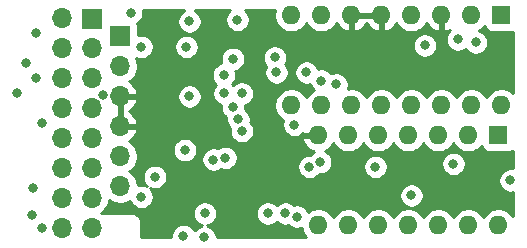
<source format=gbr>
G04 #@! TF.GenerationSoftware,KiCad,Pcbnew,5.1.5+dfsg1-2build2*
G04 #@! TF.CreationDate,2022-11-08T07:02:07+00:00*
G04 #@! TF.ProjectId,link-up-serial,6c696e6b-2d75-4702-9d73-657269616c2e,rev?*
G04 #@! TF.SameCoordinates,Original*
G04 #@! TF.FileFunction,Copper,L2,Inr*
G04 #@! TF.FilePolarity,Positive*
%FSLAX46Y46*%
G04 Gerber Fmt 4.6, Leading zero omitted, Abs format (unit mm)*
G04 Created by KiCad (PCBNEW 5.1.5+dfsg1-2build2) date 2022-11-08 07:02:07*
%MOMM*%
%LPD*%
G04 APERTURE LIST*
%ADD10O,1.600000X1.600000*%
%ADD11R,1.600000X1.600000*%
%ADD12O,1.700000X1.700000*%
%ADD13R,1.700000X1.700000*%
%ADD14C,0.800000*%
%ADD15C,0.254000*%
G04 APERTURE END LIST*
D10*
X131064000Y-110998000D03*
X113284000Y-103378000D03*
X128524000Y-110998000D03*
X115824000Y-103378000D03*
X125984000Y-110998000D03*
X118364000Y-103378000D03*
X123444000Y-110998000D03*
X120904000Y-103378000D03*
X120904000Y-110998000D03*
X123444000Y-103378000D03*
X118364000Y-110998000D03*
X125984000Y-103378000D03*
X115824000Y-110998000D03*
X128524000Y-103378000D03*
X113284000Y-110998000D03*
D11*
X131064000Y-103378000D03*
D10*
X130810000Y-121158000D03*
X115570000Y-113538000D03*
X128270000Y-121158000D03*
X118110000Y-113538000D03*
X125730000Y-121158000D03*
X120650000Y-113538000D03*
X123190000Y-121158000D03*
X123190000Y-113538000D03*
X120650000Y-121158000D03*
X125730000Y-113538000D03*
X118110000Y-121158000D03*
X128270000Y-113538000D03*
X115570000Y-121158000D03*
D11*
X130810000Y-113538000D03*
D12*
X98806000Y-117856000D03*
X98806000Y-115316000D03*
X98806000Y-112776000D03*
X98806000Y-110236000D03*
X98806000Y-107696000D03*
D13*
X98806000Y-105156000D03*
D12*
X93840000Y-121400000D03*
X96380000Y-121400000D03*
X93840000Y-118860000D03*
X96380000Y-118860000D03*
X93840000Y-116320000D03*
X96380000Y-116320000D03*
X93840000Y-113780000D03*
X96380000Y-113780000D03*
X93840000Y-111240000D03*
X96380000Y-111240000D03*
X93840000Y-108700000D03*
X96380000Y-108700000D03*
X93840000Y-106160000D03*
X96380000Y-106160000D03*
X93840000Y-103620000D03*
D13*
X96380000Y-103700000D03*
D14*
X104695149Y-113109851D03*
X102489000Y-113030000D03*
X107317956Y-118336990D03*
X118491000Y-115951000D03*
X106426000Y-105791000D03*
X102108000Y-115597010D03*
X104394000Y-106045000D03*
X108712000Y-103759000D03*
X99695000Y-103161000D03*
X109093000Y-109982000D03*
X108807846Y-112189693D03*
X115727147Y-115811080D03*
X105956500Y-120142000D03*
X101727000Y-117047010D03*
X111290500Y-120142000D03*
X113737526Y-120416721D03*
X113538000Y-112649000D03*
X117094000Y-109220000D03*
X107569000Y-108446180D03*
X106680000Y-115597010D03*
X115824000Y-108900185D03*
X127381000Y-105410000D03*
X92202000Y-121412000D03*
X92202000Y-112522000D03*
X109093000Y-113157000D03*
X91313000Y-120269000D03*
X90080000Y-109982000D03*
X97358703Y-110147475D03*
X112776000Y-120142000D03*
X91440000Y-117983000D03*
X90805000Y-107442000D03*
X111887000Y-106934000D03*
X114808000Y-116205000D03*
X114554000Y-108204000D03*
X112014000Y-108204000D03*
X108331000Y-111125000D03*
X108331000Y-107061000D03*
X91694000Y-108712000D03*
X91694000Y-104902000D03*
X104648000Y-103886000D03*
X131826000Y-117348000D03*
X100584000Y-118745000D03*
X123444000Y-118618000D03*
X104140000Y-122047000D03*
X105918000Y-122175000D03*
X127000000Y-115951000D03*
X120396000Y-116205000D03*
X100584000Y-106045000D03*
X104267000Y-114780010D03*
X124587000Y-105918000D03*
X128905000Y-105664000D03*
X104648000Y-110233010D03*
X107606000Y-109982000D03*
X107696000Y-115443000D03*
D15*
G36*
X104157744Y-102968795D02*
G01*
X103988226Y-103082063D01*
X103844063Y-103226226D01*
X103730795Y-103395744D01*
X103652774Y-103584102D01*
X103613000Y-103784061D01*
X103613000Y-103987939D01*
X103652774Y-104187898D01*
X103730795Y-104376256D01*
X103844063Y-104545774D01*
X103988226Y-104689937D01*
X104157744Y-104803205D01*
X104346102Y-104881226D01*
X104546061Y-104921000D01*
X104749939Y-104921000D01*
X104949898Y-104881226D01*
X105138256Y-104803205D01*
X105307774Y-104689937D01*
X105451937Y-104545774D01*
X105565205Y-104376256D01*
X105643226Y-104187898D01*
X105683000Y-103987939D01*
X105683000Y-103784061D01*
X105643226Y-103584102D01*
X105565205Y-103395744D01*
X105451937Y-103226226D01*
X105307774Y-103082063D01*
X105138256Y-102968795D01*
X105117023Y-102960000D01*
X108047289Y-102960000D01*
X107908063Y-103099226D01*
X107794795Y-103268744D01*
X107716774Y-103457102D01*
X107677000Y-103657061D01*
X107677000Y-103860939D01*
X107716774Y-104060898D01*
X107794795Y-104249256D01*
X107908063Y-104418774D01*
X108052226Y-104562937D01*
X108221744Y-104676205D01*
X108410102Y-104754226D01*
X108610061Y-104794000D01*
X108813939Y-104794000D01*
X109013898Y-104754226D01*
X109202256Y-104676205D01*
X109371774Y-104562937D01*
X109515937Y-104418774D01*
X109629205Y-104249256D01*
X109707226Y-104060898D01*
X109747000Y-103860939D01*
X109747000Y-103657061D01*
X109707226Y-103457102D01*
X109629205Y-103268744D01*
X109515937Y-103099226D01*
X109376711Y-102960000D01*
X111904033Y-102960000D01*
X111849000Y-103236665D01*
X111849000Y-103519335D01*
X111904147Y-103796574D01*
X112012320Y-104057727D01*
X112169363Y-104292759D01*
X112369241Y-104492637D01*
X112604273Y-104649680D01*
X112865426Y-104757853D01*
X113142665Y-104813000D01*
X113425335Y-104813000D01*
X113702574Y-104757853D01*
X113963727Y-104649680D01*
X114198759Y-104492637D01*
X114398637Y-104292759D01*
X114554000Y-104060241D01*
X114709363Y-104292759D01*
X114909241Y-104492637D01*
X115144273Y-104649680D01*
X115405426Y-104757853D01*
X115682665Y-104813000D01*
X115965335Y-104813000D01*
X116242574Y-104757853D01*
X116503727Y-104649680D01*
X116738759Y-104492637D01*
X116938637Y-104292759D01*
X117095680Y-104057727D01*
X117100067Y-104047135D01*
X117211615Y-104233131D01*
X117400586Y-104441519D01*
X117626580Y-104609037D01*
X117880913Y-104729246D01*
X118014961Y-104769904D01*
X118237000Y-104647915D01*
X118237000Y-103505000D01*
X118491000Y-103505000D01*
X118491000Y-104647915D01*
X118713039Y-104769904D01*
X118847087Y-104729246D01*
X119101420Y-104609037D01*
X119327414Y-104441519D01*
X119516385Y-104233131D01*
X119634000Y-104037018D01*
X119751615Y-104233131D01*
X119940586Y-104441519D01*
X120166580Y-104609037D01*
X120420913Y-104729246D01*
X120554961Y-104769904D01*
X120777000Y-104647915D01*
X120777000Y-103505000D01*
X118491000Y-103505000D01*
X118237000Y-103505000D01*
X118217000Y-103505000D01*
X118217000Y-103251000D01*
X118237000Y-103251000D01*
X118237000Y-103231000D01*
X118491000Y-103231000D01*
X118491000Y-103251000D01*
X120777000Y-103251000D01*
X120777000Y-103231000D01*
X121031000Y-103231000D01*
X121031000Y-103251000D01*
X121051000Y-103251000D01*
X121051000Y-103505000D01*
X121031000Y-103505000D01*
X121031000Y-104647915D01*
X121253039Y-104769904D01*
X121387087Y-104729246D01*
X121641420Y-104609037D01*
X121867414Y-104441519D01*
X122056385Y-104233131D01*
X122167933Y-104047135D01*
X122172320Y-104057727D01*
X122329363Y-104292759D01*
X122529241Y-104492637D01*
X122764273Y-104649680D01*
X123025426Y-104757853D01*
X123302665Y-104813000D01*
X123585335Y-104813000D01*
X123862574Y-104757853D01*
X124123727Y-104649680D01*
X124358759Y-104492637D01*
X124558637Y-104292759D01*
X124715680Y-104057727D01*
X124720067Y-104047135D01*
X124831615Y-104233131D01*
X125020586Y-104441519D01*
X125246580Y-104609037D01*
X125500913Y-104729246D01*
X125634961Y-104769904D01*
X125857000Y-104647915D01*
X125857000Y-103505000D01*
X125837000Y-103505000D01*
X125837000Y-103251000D01*
X125857000Y-103251000D01*
X125857000Y-103231000D01*
X126111000Y-103231000D01*
X126111000Y-103251000D01*
X126131000Y-103251000D01*
X126131000Y-103505000D01*
X126111000Y-103505000D01*
X126111000Y-104647915D01*
X126333039Y-104769904D01*
X126467087Y-104729246D01*
X126715413Y-104611876D01*
X126577063Y-104750226D01*
X126463795Y-104919744D01*
X126385774Y-105108102D01*
X126346000Y-105308061D01*
X126346000Y-105511939D01*
X126385774Y-105711898D01*
X126463795Y-105900256D01*
X126577063Y-106069774D01*
X126721226Y-106213937D01*
X126890744Y-106327205D01*
X127079102Y-106405226D01*
X127279061Y-106445000D01*
X127482939Y-106445000D01*
X127682898Y-106405226D01*
X127871256Y-106327205D01*
X128031716Y-106219989D01*
X128101063Y-106323774D01*
X128245226Y-106467937D01*
X128414744Y-106581205D01*
X128603102Y-106659226D01*
X128803061Y-106699000D01*
X129006939Y-106699000D01*
X129206898Y-106659226D01*
X129395256Y-106581205D01*
X129564774Y-106467937D01*
X129708937Y-106323774D01*
X129822205Y-106154256D01*
X129900226Y-105965898D01*
X129940000Y-105765939D01*
X129940000Y-105562061D01*
X129900226Y-105362102D01*
X129822205Y-105173744D01*
X129708937Y-105004226D01*
X129564774Y-104860063D01*
X129395256Y-104746795D01*
X129206898Y-104668774D01*
X129173614Y-104662153D01*
X129203727Y-104649680D01*
X129438759Y-104492637D01*
X129637357Y-104294039D01*
X129638188Y-104302482D01*
X129674498Y-104422180D01*
X129733463Y-104532494D01*
X129812815Y-104629185D01*
X129909506Y-104708537D01*
X130019820Y-104767502D01*
X130139518Y-104803812D01*
X130264000Y-104816072D01*
X131864000Y-104816072D01*
X131988482Y-104803812D01*
X132020001Y-104794251D01*
X132020001Y-109924605D01*
X131978759Y-109883363D01*
X131743727Y-109726320D01*
X131482574Y-109618147D01*
X131205335Y-109563000D01*
X130922665Y-109563000D01*
X130645426Y-109618147D01*
X130384273Y-109726320D01*
X130149241Y-109883363D01*
X129949363Y-110083241D01*
X129794000Y-110315759D01*
X129638637Y-110083241D01*
X129438759Y-109883363D01*
X129203727Y-109726320D01*
X128942574Y-109618147D01*
X128665335Y-109563000D01*
X128382665Y-109563000D01*
X128105426Y-109618147D01*
X127844273Y-109726320D01*
X127609241Y-109883363D01*
X127409363Y-110083241D01*
X127254000Y-110315759D01*
X127098637Y-110083241D01*
X126898759Y-109883363D01*
X126663727Y-109726320D01*
X126402574Y-109618147D01*
X126125335Y-109563000D01*
X125842665Y-109563000D01*
X125565426Y-109618147D01*
X125304273Y-109726320D01*
X125069241Y-109883363D01*
X124869363Y-110083241D01*
X124714000Y-110315759D01*
X124558637Y-110083241D01*
X124358759Y-109883363D01*
X124123727Y-109726320D01*
X123862574Y-109618147D01*
X123585335Y-109563000D01*
X123302665Y-109563000D01*
X123025426Y-109618147D01*
X122764273Y-109726320D01*
X122529241Y-109883363D01*
X122329363Y-110083241D01*
X122174000Y-110315759D01*
X122018637Y-110083241D01*
X121818759Y-109883363D01*
X121583727Y-109726320D01*
X121322574Y-109618147D01*
X121045335Y-109563000D01*
X120762665Y-109563000D01*
X120485426Y-109618147D01*
X120224273Y-109726320D01*
X119989241Y-109883363D01*
X119789363Y-110083241D01*
X119634000Y-110315759D01*
X119478637Y-110083241D01*
X119278759Y-109883363D01*
X119043727Y-109726320D01*
X118782574Y-109618147D01*
X118505335Y-109563000D01*
X118222665Y-109563000D01*
X118058690Y-109595617D01*
X118089226Y-109521898D01*
X118129000Y-109321939D01*
X118129000Y-109118061D01*
X118089226Y-108918102D01*
X118011205Y-108729744D01*
X117897937Y-108560226D01*
X117753774Y-108416063D01*
X117584256Y-108302795D01*
X117395898Y-108224774D01*
X117195939Y-108185000D01*
X116992061Y-108185000D01*
X116792102Y-108224774D01*
X116655340Y-108281423D01*
X116627937Y-108240411D01*
X116483774Y-108096248D01*
X116314256Y-107982980D01*
X116125898Y-107904959D01*
X115925939Y-107865185D01*
X115722061Y-107865185D01*
X115548255Y-107899757D01*
X115471205Y-107713744D01*
X115357937Y-107544226D01*
X115213774Y-107400063D01*
X115044256Y-107286795D01*
X114855898Y-107208774D01*
X114655939Y-107169000D01*
X114452061Y-107169000D01*
X114252102Y-107208774D01*
X114063744Y-107286795D01*
X113894226Y-107400063D01*
X113750063Y-107544226D01*
X113636795Y-107713744D01*
X113558774Y-107902102D01*
X113519000Y-108102061D01*
X113519000Y-108305939D01*
X113558774Y-108505898D01*
X113636795Y-108694256D01*
X113750063Y-108863774D01*
X113894226Y-109007937D01*
X114063744Y-109121205D01*
X114252102Y-109199226D01*
X114452061Y-109239000D01*
X114655939Y-109239000D01*
X114829745Y-109204428D01*
X114906795Y-109390441D01*
X115020063Y-109559959D01*
X115164226Y-109704122D01*
X115177099Y-109712723D01*
X115144273Y-109726320D01*
X114909241Y-109883363D01*
X114709363Y-110083241D01*
X114554000Y-110315759D01*
X114398637Y-110083241D01*
X114198759Y-109883363D01*
X113963727Y-109726320D01*
X113702574Y-109618147D01*
X113425335Y-109563000D01*
X113142665Y-109563000D01*
X112865426Y-109618147D01*
X112604273Y-109726320D01*
X112369241Y-109883363D01*
X112169363Y-110083241D01*
X112012320Y-110318273D01*
X111904147Y-110579426D01*
X111849000Y-110856665D01*
X111849000Y-111139335D01*
X111904147Y-111416574D01*
X112012320Y-111677727D01*
X112169363Y-111912759D01*
X112369241Y-112112637D01*
X112581223Y-112254279D01*
X112542774Y-112347102D01*
X112503000Y-112547061D01*
X112503000Y-112750939D01*
X112542774Y-112950898D01*
X112620795Y-113139256D01*
X112734063Y-113308774D01*
X112878226Y-113452937D01*
X113047744Y-113566205D01*
X113236102Y-113644226D01*
X113436061Y-113684000D01*
X113639939Y-113684000D01*
X113839898Y-113644226D01*
X114028256Y-113566205D01*
X114197774Y-113452937D01*
X114278298Y-113372413D01*
X114299376Y-113411000D01*
X115443000Y-113411000D01*
X115443000Y-113391000D01*
X115697000Y-113391000D01*
X115697000Y-113411000D01*
X115717000Y-113411000D01*
X115717000Y-113665000D01*
X115697000Y-113665000D01*
X115697000Y-113685000D01*
X115443000Y-113685000D01*
X115443000Y-113665000D01*
X114299376Y-113665000D01*
X114178091Y-113887040D01*
X114272930Y-114151881D01*
X114417615Y-114393131D01*
X114606586Y-114601519D01*
X114832580Y-114769037D01*
X115086913Y-114889246D01*
X115194831Y-114921979D01*
X115067373Y-115007143D01*
X114923210Y-115151306D01*
X114910628Y-115170137D01*
X114909939Y-115170000D01*
X114706061Y-115170000D01*
X114506102Y-115209774D01*
X114317744Y-115287795D01*
X114148226Y-115401063D01*
X114004063Y-115545226D01*
X113890795Y-115714744D01*
X113812774Y-115903102D01*
X113773000Y-116103061D01*
X113773000Y-116306939D01*
X113812774Y-116506898D01*
X113890795Y-116695256D01*
X114004063Y-116864774D01*
X114148226Y-117008937D01*
X114317744Y-117122205D01*
X114506102Y-117200226D01*
X114706061Y-117240000D01*
X114909939Y-117240000D01*
X115109898Y-117200226D01*
X115298256Y-117122205D01*
X115467774Y-117008937D01*
X115611937Y-116864774D01*
X115624519Y-116845943D01*
X115625208Y-116846080D01*
X115829086Y-116846080D01*
X116029045Y-116806306D01*
X116217403Y-116728285D01*
X116386921Y-116615017D01*
X116531084Y-116470854D01*
X116644352Y-116301336D01*
X116722373Y-116112978D01*
X116724345Y-116103061D01*
X119361000Y-116103061D01*
X119361000Y-116306939D01*
X119400774Y-116506898D01*
X119478795Y-116695256D01*
X119592063Y-116864774D01*
X119736226Y-117008937D01*
X119905744Y-117122205D01*
X120094102Y-117200226D01*
X120294061Y-117240000D01*
X120497939Y-117240000D01*
X120697898Y-117200226D01*
X120886256Y-117122205D01*
X121055774Y-117008937D01*
X121199937Y-116864774D01*
X121313205Y-116695256D01*
X121391226Y-116506898D01*
X121431000Y-116306939D01*
X121431000Y-116103061D01*
X121391226Y-115903102D01*
X121368842Y-115849061D01*
X125965000Y-115849061D01*
X125965000Y-116052939D01*
X126004774Y-116252898D01*
X126082795Y-116441256D01*
X126196063Y-116610774D01*
X126340226Y-116754937D01*
X126509744Y-116868205D01*
X126698102Y-116946226D01*
X126898061Y-116986000D01*
X127101939Y-116986000D01*
X127301898Y-116946226D01*
X127490256Y-116868205D01*
X127659774Y-116754937D01*
X127803937Y-116610774D01*
X127917205Y-116441256D01*
X127995226Y-116252898D01*
X128035000Y-116052939D01*
X128035000Y-115849061D01*
X127995226Y-115649102D01*
X127917205Y-115460744D01*
X127803937Y-115291226D01*
X127659774Y-115147063D01*
X127490256Y-115033795D01*
X127301898Y-114955774D01*
X127101939Y-114916000D01*
X126898061Y-114916000D01*
X126698102Y-114955774D01*
X126509744Y-115033795D01*
X126340226Y-115147063D01*
X126196063Y-115291226D01*
X126082795Y-115460744D01*
X126004774Y-115649102D01*
X125965000Y-115849061D01*
X121368842Y-115849061D01*
X121313205Y-115714744D01*
X121199937Y-115545226D01*
X121055774Y-115401063D01*
X120886256Y-115287795D01*
X120697898Y-115209774D01*
X120497939Y-115170000D01*
X120294061Y-115170000D01*
X120094102Y-115209774D01*
X119905744Y-115287795D01*
X119736226Y-115401063D01*
X119592063Y-115545226D01*
X119478795Y-115714744D01*
X119400774Y-115903102D01*
X119361000Y-116103061D01*
X116724345Y-116103061D01*
X116762147Y-115913019D01*
X116762147Y-115709141D01*
X116722373Y-115509182D01*
X116644352Y-115320824D01*
X116531084Y-115151306D01*
X116386921Y-115007143D01*
X116217403Y-114893875D01*
X116124613Y-114855440D01*
X116307420Y-114769037D01*
X116533414Y-114601519D01*
X116722385Y-114393131D01*
X116833933Y-114207135D01*
X116838320Y-114217727D01*
X116995363Y-114452759D01*
X117195241Y-114652637D01*
X117430273Y-114809680D01*
X117691426Y-114917853D01*
X117968665Y-114973000D01*
X118251335Y-114973000D01*
X118528574Y-114917853D01*
X118789727Y-114809680D01*
X119024759Y-114652637D01*
X119224637Y-114452759D01*
X119380000Y-114220241D01*
X119535363Y-114452759D01*
X119735241Y-114652637D01*
X119970273Y-114809680D01*
X120231426Y-114917853D01*
X120508665Y-114973000D01*
X120791335Y-114973000D01*
X121068574Y-114917853D01*
X121329727Y-114809680D01*
X121564759Y-114652637D01*
X121764637Y-114452759D01*
X121920000Y-114220241D01*
X122075363Y-114452759D01*
X122275241Y-114652637D01*
X122510273Y-114809680D01*
X122771426Y-114917853D01*
X123048665Y-114973000D01*
X123331335Y-114973000D01*
X123608574Y-114917853D01*
X123869727Y-114809680D01*
X124104759Y-114652637D01*
X124304637Y-114452759D01*
X124460000Y-114220241D01*
X124615363Y-114452759D01*
X124815241Y-114652637D01*
X125050273Y-114809680D01*
X125311426Y-114917853D01*
X125588665Y-114973000D01*
X125871335Y-114973000D01*
X126148574Y-114917853D01*
X126409727Y-114809680D01*
X126644759Y-114652637D01*
X126844637Y-114452759D01*
X127000000Y-114220241D01*
X127155363Y-114452759D01*
X127355241Y-114652637D01*
X127590273Y-114809680D01*
X127851426Y-114917853D01*
X128128665Y-114973000D01*
X128411335Y-114973000D01*
X128688574Y-114917853D01*
X128949727Y-114809680D01*
X129184759Y-114652637D01*
X129383357Y-114454039D01*
X129384188Y-114462482D01*
X129420498Y-114582180D01*
X129479463Y-114692494D01*
X129558815Y-114789185D01*
X129655506Y-114868537D01*
X129765820Y-114927502D01*
X129885518Y-114963812D01*
X130010000Y-114976072D01*
X131610000Y-114976072D01*
X131734482Y-114963812D01*
X131854180Y-114927502D01*
X131964494Y-114868537D01*
X132020000Y-114822984D01*
X132020000Y-116331312D01*
X131927939Y-116313000D01*
X131724061Y-116313000D01*
X131524102Y-116352774D01*
X131335744Y-116430795D01*
X131166226Y-116544063D01*
X131022063Y-116688226D01*
X130908795Y-116857744D01*
X130830774Y-117046102D01*
X130791000Y-117246061D01*
X130791000Y-117449939D01*
X130830774Y-117649898D01*
X130908795Y-117838256D01*
X131022063Y-118007774D01*
X131166226Y-118151937D01*
X131335744Y-118265205D01*
X131524102Y-118343226D01*
X131724061Y-118383000D01*
X131927939Y-118383000D01*
X132020000Y-118364688D01*
X132020000Y-120385962D01*
X131924637Y-120243241D01*
X131724759Y-120043363D01*
X131489727Y-119886320D01*
X131228574Y-119778147D01*
X130951335Y-119723000D01*
X130668665Y-119723000D01*
X130391426Y-119778147D01*
X130130273Y-119886320D01*
X129895241Y-120043363D01*
X129695363Y-120243241D01*
X129540000Y-120475759D01*
X129384637Y-120243241D01*
X129184759Y-120043363D01*
X128949727Y-119886320D01*
X128688574Y-119778147D01*
X128411335Y-119723000D01*
X128128665Y-119723000D01*
X127851426Y-119778147D01*
X127590273Y-119886320D01*
X127355241Y-120043363D01*
X127155363Y-120243241D01*
X127000000Y-120475759D01*
X126844637Y-120243241D01*
X126644759Y-120043363D01*
X126409727Y-119886320D01*
X126148574Y-119778147D01*
X125871335Y-119723000D01*
X125588665Y-119723000D01*
X125311426Y-119778147D01*
X125050273Y-119886320D01*
X124815241Y-120043363D01*
X124615363Y-120243241D01*
X124460000Y-120475759D01*
X124304637Y-120243241D01*
X124104759Y-120043363D01*
X123869727Y-119886320D01*
X123608574Y-119778147D01*
X123331335Y-119723000D01*
X123048665Y-119723000D01*
X122771426Y-119778147D01*
X122510273Y-119886320D01*
X122275241Y-120043363D01*
X122075363Y-120243241D01*
X121920000Y-120475759D01*
X121764637Y-120243241D01*
X121564759Y-120043363D01*
X121329727Y-119886320D01*
X121068574Y-119778147D01*
X120791335Y-119723000D01*
X120508665Y-119723000D01*
X120231426Y-119778147D01*
X119970273Y-119886320D01*
X119735241Y-120043363D01*
X119535363Y-120243241D01*
X119380000Y-120475759D01*
X119224637Y-120243241D01*
X119024759Y-120043363D01*
X118789727Y-119886320D01*
X118528574Y-119778147D01*
X118251335Y-119723000D01*
X117968665Y-119723000D01*
X117691426Y-119778147D01*
X117430273Y-119886320D01*
X117195241Y-120043363D01*
X116995363Y-120243241D01*
X116840000Y-120475759D01*
X116684637Y-120243241D01*
X116484759Y-120043363D01*
X116249727Y-119886320D01*
X115988574Y-119778147D01*
X115711335Y-119723000D01*
X115428665Y-119723000D01*
X115151426Y-119778147D01*
X114890273Y-119886320D01*
X114692766Y-120018290D01*
X114654731Y-119926465D01*
X114541463Y-119756947D01*
X114397300Y-119612784D01*
X114227782Y-119499516D01*
X114039424Y-119421495D01*
X113839465Y-119381721D01*
X113635587Y-119381721D01*
X113505340Y-119407629D01*
X113435774Y-119338063D01*
X113266256Y-119224795D01*
X113077898Y-119146774D01*
X112877939Y-119107000D01*
X112674061Y-119107000D01*
X112474102Y-119146774D01*
X112285744Y-119224795D01*
X112116226Y-119338063D01*
X112033250Y-119421039D01*
X111950274Y-119338063D01*
X111780756Y-119224795D01*
X111592398Y-119146774D01*
X111392439Y-119107000D01*
X111188561Y-119107000D01*
X110988602Y-119146774D01*
X110800244Y-119224795D01*
X110630726Y-119338063D01*
X110486563Y-119482226D01*
X110373295Y-119651744D01*
X110295274Y-119840102D01*
X110255500Y-120040061D01*
X110255500Y-120243939D01*
X110295274Y-120443898D01*
X110373295Y-120632256D01*
X110486563Y-120801774D01*
X110630726Y-120945937D01*
X110800244Y-121059205D01*
X110988602Y-121137226D01*
X111188561Y-121177000D01*
X111392439Y-121177000D01*
X111592398Y-121137226D01*
X111780756Y-121059205D01*
X111950274Y-120945937D01*
X112033250Y-120862961D01*
X112116226Y-120945937D01*
X112285744Y-121059205D01*
X112474102Y-121137226D01*
X112674061Y-121177000D01*
X112877939Y-121177000D01*
X113008186Y-121151092D01*
X113077752Y-121220658D01*
X113247270Y-121333926D01*
X113435628Y-121411947D01*
X113635587Y-121451721D01*
X113839465Y-121451721D01*
X114039424Y-121411947D01*
X114148420Y-121366799D01*
X114190147Y-121576574D01*
X114298320Y-121837727D01*
X114455363Y-122072759D01*
X114522604Y-122140000D01*
X106953000Y-122140000D01*
X106953000Y-122073061D01*
X106913226Y-121873102D01*
X106835205Y-121684744D01*
X106721937Y-121515226D01*
X106577774Y-121371063D01*
X106408256Y-121257795D01*
X106219898Y-121179774D01*
X106132196Y-121162329D01*
X106258398Y-121137226D01*
X106446756Y-121059205D01*
X106616274Y-120945937D01*
X106760437Y-120801774D01*
X106873705Y-120632256D01*
X106951726Y-120443898D01*
X106991500Y-120243939D01*
X106991500Y-120040061D01*
X106951726Y-119840102D01*
X106873705Y-119651744D01*
X106760437Y-119482226D01*
X106616274Y-119338063D01*
X106446756Y-119224795D01*
X106258398Y-119146774D01*
X106058439Y-119107000D01*
X105854561Y-119107000D01*
X105654602Y-119146774D01*
X105466244Y-119224795D01*
X105296726Y-119338063D01*
X105152563Y-119482226D01*
X105039295Y-119651744D01*
X104961274Y-119840102D01*
X104921500Y-120040061D01*
X104921500Y-120243939D01*
X104961274Y-120443898D01*
X105039295Y-120632256D01*
X105152563Y-120801774D01*
X105296726Y-120945937D01*
X105466244Y-121059205D01*
X105654602Y-121137226D01*
X105742304Y-121154671D01*
X105616102Y-121179774D01*
X105427744Y-121257795D01*
X105258226Y-121371063D01*
X105114063Y-121515226D01*
X105068348Y-121583644D01*
X105057205Y-121556744D01*
X104943937Y-121387226D01*
X104799774Y-121243063D01*
X104630256Y-121129795D01*
X104441898Y-121051774D01*
X104241939Y-121012000D01*
X104038061Y-121012000D01*
X103838102Y-121051774D01*
X103649744Y-121129795D01*
X103480226Y-121243063D01*
X103336063Y-121387226D01*
X103222795Y-121556744D01*
X103144774Y-121745102D01*
X103105000Y-121945061D01*
X103105000Y-122140000D01*
X100540000Y-122140000D01*
X100540000Y-120832419D01*
X100543193Y-120800000D01*
X100530450Y-120670617D01*
X100492710Y-120546207D01*
X100431425Y-120431550D01*
X100348948Y-120331052D01*
X100248450Y-120248575D01*
X100133793Y-120187290D01*
X100009383Y-120149550D01*
X99912419Y-120140000D01*
X99880000Y-120136807D01*
X99847581Y-120140000D01*
X97167206Y-120140000D01*
X97152240Y-120130000D01*
X97326632Y-120013475D01*
X97533475Y-119806632D01*
X97695990Y-119563411D01*
X97807932Y-119293158D01*
X97863775Y-119012420D01*
X98102589Y-119171990D01*
X98372842Y-119283932D01*
X98659740Y-119341000D01*
X98952260Y-119341000D01*
X99239158Y-119283932D01*
X99509411Y-119171990D01*
X99612153Y-119103340D01*
X99666795Y-119235256D01*
X99780063Y-119404774D01*
X99924226Y-119548937D01*
X100093744Y-119662205D01*
X100282102Y-119740226D01*
X100482061Y-119780000D01*
X100685939Y-119780000D01*
X100885898Y-119740226D01*
X101074256Y-119662205D01*
X101243774Y-119548937D01*
X101387937Y-119404774D01*
X101501205Y-119235256D01*
X101579226Y-119046898D01*
X101619000Y-118846939D01*
X101619000Y-118643061D01*
X101593739Y-118516061D01*
X122409000Y-118516061D01*
X122409000Y-118719939D01*
X122448774Y-118919898D01*
X122526795Y-119108256D01*
X122640063Y-119277774D01*
X122784226Y-119421937D01*
X122953744Y-119535205D01*
X123142102Y-119613226D01*
X123342061Y-119653000D01*
X123545939Y-119653000D01*
X123745898Y-119613226D01*
X123934256Y-119535205D01*
X124103774Y-119421937D01*
X124247937Y-119277774D01*
X124361205Y-119108256D01*
X124439226Y-118919898D01*
X124479000Y-118719939D01*
X124479000Y-118516061D01*
X124439226Y-118316102D01*
X124361205Y-118127744D01*
X124247937Y-117958226D01*
X124103774Y-117814063D01*
X123934256Y-117700795D01*
X123745898Y-117622774D01*
X123545939Y-117583000D01*
X123342061Y-117583000D01*
X123142102Y-117622774D01*
X122953744Y-117700795D01*
X122784226Y-117814063D01*
X122640063Y-117958226D01*
X122526795Y-118127744D01*
X122448774Y-118316102D01*
X122409000Y-118516061D01*
X101593739Y-118516061D01*
X101579226Y-118443102D01*
X101501205Y-118254744D01*
X101387937Y-118085226D01*
X101288268Y-117985557D01*
X101425102Y-118042236D01*
X101625061Y-118082010D01*
X101828939Y-118082010D01*
X102028898Y-118042236D01*
X102217256Y-117964215D01*
X102386774Y-117850947D01*
X102530937Y-117706784D01*
X102644205Y-117537266D01*
X102722226Y-117348908D01*
X102762000Y-117148949D01*
X102762000Y-116945071D01*
X102722226Y-116745112D01*
X102644205Y-116556754D01*
X102530937Y-116387236D01*
X102386774Y-116243073D01*
X102217256Y-116129805D01*
X102028898Y-116051784D01*
X101828939Y-116012010D01*
X101625061Y-116012010D01*
X101425102Y-116051784D01*
X101236744Y-116129805D01*
X101067226Y-116243073D01*
X100923063Y-116387236D01*
X100809795Y-116556754D01*
X100731774Y-116745112D01*
X100692000Y-116945071D01*
X100692000Y-117148949D01*
X100731774Y-117348908D01*
X100809795Y-117537266D01*
X100923063Y-117706784D01*
X101022732Y-117806453D01*
X100885898Y-117749774D01*
X100685939Y-117710000D01*
X100482061Y-117710000D01*
X100291000Y-117748004D01*
X100291000Y-117709740D01*
X100233932Y-117422842D01*
X100121990Y-117152589D01*
X99959475Y-116909368D01*
X99752632Y-116702525D01*
X99578240Y-116586000D01*
X99752632Y-116469475D01*
X99959475Y-116262632D01*
X100121990Y-116019411D01*
X100233932Y-115749158D01*
X100291000Y-115462260D01*
X100291000Y-115169740D01*
X100233932Y-114882842D01*
X100149114Y-114678071D01*
X103232000Y-114678071D01*
X103232000Y-114881949D01*
X103271774Y-115081908D01*
X103349795Y-115270266D01*
X103463063Y-115439784D01*
X103607226Y-115583947D01*
X103776744Y-115697215D01*
X103965102Y-115775236D01*
X104165061Y-115815010D01*
X104368939Y-115815010D01*
X104568898Y-115775236D01*
X104757256Y-115697215D01*
X104926774Y-115583947D01*
X105015650Y-115495071D01*
X105645000Y-115495071D01*
X105645000Y-115698949D01*
X105684774Y-115898908D01*
X105762795Y-116087266D01*
X105876063Y-116256784D01*
X106020226Y-116400947D01*
X106189744Y-116514215D01*
X106378102Y-116592236D01*
X106578061Y-116632010D01*
X106781939Y-116632010D01*
X106981898Y-116592236D01*
X107170256Y-116514215D01*
X107326123Y-116410068D01*
X107394102Y-116438226D01*
X107594061Y-116478000D01*
X107797939Y-116478000D01*
X107997898Y-116438226D01*
X108186256Y-116360205D01*
X108355774Y-116246937D01*
X108499937Y-116102774D01*
X108613205Y-115933256D01*
X108691226Y-115744898D01*
X108731000Y-115544939D01*
X108731000Y-115341061D01*
X108691226Y-115141102D01*
X108613205Y-114952744D01*
X108499937Y-114783226D01*
X108355774Y-114639063D01*
X108186256Y-114525795D01*
X107997898Y-114447774D01*
X107797939Y-114408000D01*
X107594061Y-114408000D01*
X107394102Y-114447774D01*
X107205744Y-114525795D01*
X107049877Y-114629942D01*
X106981898Y-114601784D01*
X106781939Y-114562010D01*
X106578061Y-114562010D01*
X106378102Y-114601784D01*
X106189744Y-114679805D01*
X106020226Y-114793073D01*
X105876063Y-114937236D01*
X105762795Y-115106754D01*
X105684774Y-115295112D01*
X105645000Y-115495071D01*
X105015650Y-115495071D01*
X105070937Y-115439784D01*
X105184205Y-115270266D01*
X105262226Y-115081908D01*
X105302000Y-114881949D01*
X105302000Y-114678071D01*
X105262226Y-114478112D01*
X105184205Y-114289754D01*
X105070937Y-114120236D01*
X104926774Y-113976073D01*
X104757256Y-113862805D01*
X104568898Y-113784784D01*
X104368939Y-113745010D01*
X104165061Y-113745010D01*
X103965102Y-113784784D01*
X103776744Y-113862805D01*
X103607226Y-113976073D01*
X103463063Y-114120236D01*
X103349795Y-114289754D01*
X103271774Y-114478112D01*
X103232000Y-114678071D01*
X100149114Y-114678071D01*
X100121990Y-114612589D01*
X99959475Y-114369368D01*
X99752632Y-114162525D01*
X99570466Y-114040805D01*
X99687355Y-113971178D01*
X99903588Y-113776269D01*
X100077641Y-113542920D01*
X100202825Y-113280099D01*
X100247476Y-113132890D01*
X100126155Y-112903000D01*
X98933000Y-112903000D01*
X98933000Y-112923000D01*
X98679000Y-112923000D01*
X98679000Y-112903000D01*
X98659000Y-112903000D01*
X98659000Y-112649000D01*
X98679000Y-112649000D01*
X98679000Y-110363000D01*
X98933000Y-110363000D01*
X98933000Y-112649000D01*
X100126155Y-112649000D01*
X100247476Y-112419110D01*
X100202825Y-112271901D01*
X100077641Y-112009080D01*
X99903588Y-111775731D01*
X99687355Y-111580822D01*
X99561745Y-111506000D01*
X99687355Y-111431178D01*
X99903588Y-111236269D01*
X100077641Y-111002920D01*
X100202825Y-110740099D01*
X100247476Y-110592890D01*
X100126155Y-110363000D01*
X98933000Y-110363000D01*
X98679000Y-110363000D01*
X98659000Y-110363000D01*
X98659000Y-110131071D01*
X103613000Y-110131071D01*
X103613000Y-110334949D01*
X103652774Y-110534908D01*
X103730795Y-110723266D01*
X103844063Y-110892784D01*
X103988226Y-111036947D01*
X104157744Y-111150215D01*
X104346102Y-111228236D01*
X104546061Y-111268010D01*
X104749939Y-111268010D01*
X104949898Y-111228236D01*
X105138256Y-111150215D01*
X105307774Y-111036947D01*
X105451937Y-110892784D01*
X105565205Y-110723266D01*
X105643226Y-110534908D01*
X105683000Y-110334949D01*
X105683000Y-110131071D01*
X105643226Y-109931112D01*
X105565205Y-109742754D01*
X105451937Y-109573236D01*
X105307774Y-109429073D01*
X105138256Y-109315805D01*
X104949898Y-109237784D01*
X104749939Y-109198010D01*
X104546061Y-109198010D01*
X104346102Y-109237784D01*
X104157744Y-109315805D01*
X103988226Y-109429073D01*
X103844063Y-109573236D01*
X103730795Y-109742754D01*
X103652774Y-109931112D01*
X103613000Y-110131071D01*
X98659000Y-110131071D01*
X98659000Y-110109000D01*
X98679000Y-110109000D01*
X98679000Y-110089000D01*
X98933000Y-110089000D01*
X98933000Y-110109000D01*
X100126155Y-110109000D01*
X100247476Y-109879110D01*
X100202825Y-109731901D01*
X100077641Y-109469080D01*
X99903588Y-109235731D01*
X99687355Y-109040822D01*
X99570466Y-108971195D01*
X99752632Y-108849475D01*
X99959475Y-108642632D01*
X100121990Y-108399411D01*
X100144842Y-108344241D01*
X106534000Y-108344241D01*
X106534000Y-108548119D01*
X106573774Y-108748078D01*
X106651795Y-108936436D01*
X106765063Y-109105954D01*
X106891699Y-109232590D01*
X106802063Y-109322226D01*
X106688795Y-109491744D01*
X106610774Y-109680102D01*
X106571000Y-109880061D01*
X106571000Y-110083939D01*
X106610774Y-110283898D01*
X106688795Y-110472256D01*
X106802063Y-110641774D01*
X106946226Y-110785937D01*
X107115744Y-110899205D01*
X107304102Y-110977226D01*
X107305078Y-110977420D01*
X107296000Y-111023061D01*
X107296000Y-111226939D01*
X107335774Y-111426898D01*
X107413795Y-111615256D01*
X107527063Y-111784774D01*
X107671226Y-111928937D01*
X107788809Y-112007503D01*
X107772846Y-112087754D01*
X107772846Y-112291632D01*
X107812620Y-112491591D01*
X107890641Y-112679949D01*
X108003909Y-112849467D01*
X108083136Y-112928694D01*
X108058000Y-113055061D01*
X108058000Y-113258939D01*
X108097774Y-113458898D01*
X108175795Y-113647256D01*
X108289063Y-113816774D01*
X108433226Y-113960937D01*
X108602744Y-114074205D01*
X108791102Y-114152226D01*
X108991061Y-114192000D01*
X109194939Y-114192000D01*
X109394898Y-114152226D01*
X109583256Y-114074205D01*
X109752774Y-113960937D01*
X109896937Y-113816774D01*
X110010205Y-113647256D01*
X110088226Y-113458898D01*
X110128000Y-113258939D01*
X110128000Y-113055061D01*
X110088226Y-112855102D01*
X110010205Y-112666744D01*
X109896937Y-112497226D01*
X109817710Y-112417999D01*
X109842846Y-112291632D01*
X109842846Y-112087754D01*
X109803072Y-111887795D01*
X109725051Y-111699437D01*
X109611783Y-111529919D01*
X109467620Y-111385756D01*
X109350037Y-111307190D01*
X109366000Y-111226939D01*
X109366000Y-111023061D01*
X109358330Y-110984500D01*
X109394898Y-110977226D01*
X109583256Y-110899205D01*
X109752774Y-110785937D01*
X109896937Y-110641774D01*
X110010205Y-110472256D01*
X110088226Y-110283898D01*
X110128000Y-110083939D01*
X110128000Y-109880061D01*
X110088226Y-109680102D01*
X110010205Y-109491744D01*
X109896937Y-109322226D01*
X109752774Y-109178063D01*
X109583256Y-109064795D01*
X109394898Y-108986774D01*
X109194939Y-108947000D01*
X108991061Y-108947000D01*
X108791102Y-108986774D01*
X108602744Y-109064795D01*
X108433226Y-109178063D01*
X108349500Y-109261789D01*
X108283301Y-109195590D01*
X108372937Y-109105954D01*
X108486205Y-108936436D01*
X108564226Y-108748078D01*
X108604000Y-108548119D01*
X108604000Y-108344241D01*
X108564226Y-108144282D01*
X108535756Y-108075549D01*
X108632898Y-108056226D01*
X108821256Y-107978205D01*
X108990774Y-107864937D01*
X109134937Y-107720774D01*
X109248205Y-107551256D01*
X109326226Y-107362898D01*
X109366000Y-107162939D01*
X109366000Y-106959061D01*
X109340739Y-106832061D01*
X110852000Y-106832061D01*
X110852000Y-107035939D01*
X110891774Y-107235898D01*
X110969795Y-107424256D01*
X111083063Y-107593774D01*
X111139348Y-107650059D01*
X111096795Y-107713744D01*
X111018774Y-107902102D01*
X110979000Y-108102061D01*
X110979000Y-108305939D01*
X111018774Y-108505898D01*
X111096795Y-108694256D01*
X111210063Y-108863774D01*
X111354226Y-109007937D01*
X111523744Y-109121205D01*
X111712102Y-109199226D01*
X111912061Y-109239000D01*
X112115939Y-109239000D01*
X112315898Y-109199226D01*
X112504256Y-109121205D01*
X112673774Y-109007937D01*
X112817937Y-108863774D01*
X112931205Y-108694256D01*
X113009226Y-108505898D01*
X113049000Y-108305939D01*
X113049000Y-108102061D01*
X113009226Y-107902102D01*
X112931205Y-107713744D01*
X112817937Y-107544226D01*
X112761652Y-107487941D01*
X112804205Y-107424256D01*
X112882226Y-107235898D01*
X112922000Y-107035939D01*
X112922000Y-106832061D01*
X112882226Y-106632102D01*
X112804205Y-106443744D01*
X112690937Y-106274226D01*
X112546774Y-106130063D01*
X112377256Y-106016795D01*
X112188898Y-105938774D01*
X111988939Y-105899000D01*
X111785061Y-105899000D01*
X111585102Y-105938774D01*
X111396744Y-106016795D01*
X111227226Y-106130063D01*
X111083063Y-106274226D01*
X110969795Y-106443744D01*
X110891774Y-106632102D01*
X110852000Y-106832061D01*
X109340739Y-106832061D01*
X109326226Y-106759102D01*
X109248205Y-106570744D01*
X109134937Y-106401226D01*
X108990774Y-106257063D01*
X108821256Y-106143795D01*
X108632898Y-106065774D01*
X108432939Y-106026000D01*
X108229061Y-106026000D01*
X108029102Y-106065774D01*
X107840744Y-106143795D01*
X107671226Y-106257063D01*
X107527063Y-106401226D01*
X107413795Y-106570744D01*
X107335774Y-106759102D01*
X107296000Y-106959061D01*
X107296000Y-107162939D01*
X107335774Y-107362898D01*
X107364244Y-107431631D01*
X107267102Y-107450954D01*
X107078744Y-107528975D01*
X106909226Y-107642243D01*
X106765063Y-107786406D01*
X106651795Y-107955924D01*
X106573774Y-108144282D01*
X106534000Y-108344241D01*
X100144842Y-108344241D01*
X100233932Y-108129158D01*
X100291000Y-107842260D01*
X100291000Y-107549740D01*
X100233932Y-107262842D01*
X100121990Y-106992589D01*
X100104728Y-106966755D01*
X100282102Y-107040226D01*
X100482061Y-107080000D01*
X100685939Y-107080000D01*
X100885898Y-107040226D01*
X101074256Y-106962205D01*
X101243774Y-106848937D01*
X101387937Y-106704774D01*
X101501205Y-106535256D01*
X101579226Y-106346898D01*
X101619000Y-106146939D01*
X101619000Y-105943061D01*
X103359000Y-105943061D01*
X103359000Y-106146939D01*
X103398774Y-106346898D01*
X103476795Y-106535256D01*
X103590063Y-106704774D01*
X103734226Y-106848937D01*
X103903744Y-106962205D01*
X104092102Y-107040226D01*
X104292061Y-107080000D01*
X104495939Y-107080000D01*
X104695898Y-107040226D01*
X104884256Y-106962205D01*
X105053774Y-106848937D01*
X105197937Y-106704774D01*
X105311205Y-106535256D01*
X105389226Y-106346898D01*
X105429000Y-106146939D01*
X105429000Y-105943061D01*
X105403739Y-105816061D01*
X123552000Y-105816061D01*
X123552000Y-106019939D01*
X123591774Y-106219898D01*
X123669795Y-106408256D01*
X123783063Y-106577774D01*
X123927226Y-106721937D01*
X124096744Y-106835205D01*
X124285102Y-106913226D01*
X124485061Y-106953000D01*
X124688939Y-106953000D01*
X124888898Y-106913226D01*
X125077256Y-106835205D01*
X125246774Y-106721937D01*
X125390937Y-106577774D01*
X125504205Y-106408256D01*
X125582226Y-106219898D01*
X125622000Y-106019939D01*
X125622000Y-105816061D01*
X125582226Y-105616102D01*
X125504205Y-105427744D01*
X125390937Y-105258226D01*
X125246774Y-105114063D01*
X125077256Y-105000795D01*
X124888898Y-104922774D01*
X124688939Y-104883000D01*
X124485061Y-104883000D01*
X124285102Y-104922774D01*
X124096744Y-105000795D01*
X123927226Y-105114063D01*
X123783063Y-105258226D01*
X123669795Y-105427744D01*
X123591774Y-105616102D01*
X123552000Y-105816061D01*
X105403739Y-105816061D01*
X105389226Y-105743102D01*
X105311205Y-105554744D01*
X105197937Y-105385226D01*
X105053774Y-105241063D01*
X104884256Y-105127795D01*
X104695898Y-105049774D01*
X104495939Y-105010000D01*
X104292061Y-105010000D01*
X104092102Y-105049774D01*
X103903744Y-105127795D01*
X103734226Y-105241063D01*
X103590063Y-105385226D01*
X103476795Y-105554744D01*
X103398774Y-105743102D01*
X103359000Y-105943061D01*
X101619000Y-105943061D01*
X101579226Y-105743102D01*
X101501205Y-105554744D01*
X101387937Y-105385226D01*
X101243774Y-105241063D01*
X101074256Y-105127795D01*
X100885898Y-105049774D01*
X100685939Y-105010000D01*
X100482061Y-105010000D01*
X100294072Y-105047393D01*
X100294072Y-104306000D01*
X100281812Y-104181518D01*
X100245502Y-104061820D01*
X100236101Y-104044232D01*
X100354774Y-103964937D01*
X100498937Y-103820774D01*
X100612205Y-103651256D01*
X100690226Y-103462898D01*
X100730000Y-103262939D01*
X100730000Y-103059061D01*
X100710296Y-102960000D01*
X104178977Y-102960000D01*
X104157744Y-102968795D01*
G37*
X104157744Y-102968795D02*
X103988226Y-103082063D01*
X103844063Y-103226226D01*
X103730795Y-103395744D01*
X103652774Y-103584102D01*
X103613000Y-103784061D01*
X103613000Y-103987939D01*
X103652774Y-104187898D01*
X103730795Y-104376256D01*
X103844063Y-104545774D01*
X103988226Y-104689937D01*
X104157744Y-104803205D01*
X104346102Y-104881226D01*
X104546061Y-104921000D01*
X104749939Y-104921000D01*
X104949898Y-104881226D01*
X105138256Y-104803205D01*
X105307774Y-104689937D01*
X105451937Y-104545774D01*
X105565205Y-104376256D01*
X105643226Y-104187898D01*
X105683000Y-103987939D01*
X105683000Y-103784061D01*
X105643226Y-103584102D01*
X105565205Y-103395744D01*
X105451937Y-103226226D01*
X105307774Y-103082063D01*
X105138256Y-102968795D01*
X105117023Y-102960000D01*
X108047289Y-102960000D01*
X107908063Y-103099226D01*
X107794795Y-103268744D01*
X107716774Y-103457102D01*
X107677000Y-103657061D01*
X107677000Y-103860939D01*
X107716774Y-104060898D01*
X107794795Y-104249256D01*
X107908063Y-104418774D01*
X108052226Y-104562937D01*
X108221744Y-104676205D01*
X108410102Y-104754226D01*
X108610061Y-104794000D01*
X108813939Y-104794000D01*
X109013898Y-104754226D01*
X109202256Y-104676205D01*
X109371774Y-104562937D01*
X109515937Y-104418774D01*
X109629205Y-104249256D01*
X109707226Y-104060898D01*
X109747000Y-103860939D01*
X109747000Y-103657061D01*
X109707226Y-103457102D01*
X109629205Y-103268744D01*
X109515937Y-103099226D01*
X109376711Y-102960000D01*
X111904033Y-102960000D01*
X111849000Y-103236665D01*
X111849000Y-103519335D01*
X111904147Y-103796574D01*
X112012320Y-104057727D01*
X112169363Y-104292759D01*
X112369241Y-104492637D01*
X112604273Y-104649680D01*
X112865426Y-104757853D01*
X113142665Y-104813000D01*
X113425335Y-104813000D01*
X113702574Y-104757853D01*
X113963727Y-104649680D01*
X114198759Y-104492637D01*
X114398637Y-104292759D01*
X114554000Y-104060241D01*
X114709363Y-104292759D01*
X114909241Y-104492637D01*
X115144273Y-104649680D01*
X115405426Y-104757853D01*
X115682665Y-104813000D01*
X115965335Y-104813000D01*
X116242574Y-104757853D01*
X116503727Y-104649680D01*
X116738759Y-104492637D01*
X116938637Y-104292759D01*
X117095680Y-104057727D01*
X117100067Y-104047135D01*
X117211615Y-104233131D01*
X117400586Y-104441519D01*
X117626580Y-104609037D01*
X117880913Y-104729246D01*
X118014961Y-104769904D01*
X118237000Y-104647915D01*
X118237000Y-103505000D01*
X118491000Y-103505000D01*
X118491000Y-104647915D01*
X118713039Y-104769904D01*
X118847087Y-104729246D01*
X119101420Y-104609037D01*
X119327414Y-104441519D01*
X119516385Y-104233131D01*
X119634000Y-104037018D01*
X119751615Y-104233131D01*
X119940586Y-104441519D01*
X120166580Y-104609037D01*
X120420913Y-104729246D01*
X120554961Y-104769904D01*
X120777000Y-104647915D01*
X120777000Y-103505000D01*
X118491000Y-103505000D01*
X118237000Y-103505000D01*
X118217000Y-103505000D01*
X118217000Y-103251000D01*
X118237000Y-103251000D01*
X118237000Y-103231000D01*
X118491000Y-103231000D01*
X118491000Y-103251000D01*
X120777000Y-103251000D01*
X120777000Y-103231000D01*
X121031000Y-103231000D01*
X121031000Y-103251000D01*
X121051000Y-103251000D01*
X121051000Y-103505000D01*
X121031000Y-103505000D01*
X121031000Y-104647915D01*
X121253039Y-104769904D01*
X121387087Y-104729246D01*
X121641420Y-104609037D01*
X121867414Y-104441519D01*
X122056385Y-104233131D01*
X122167933Y-104047135D01*
X122172320Y-104057727D01*
X122329363Y-104292759D01*
X122529241Y-104492637D01*
X122764273Y-104649680D01*
X123025426Y-104757853D01*
X123302665Y-104813000D01*
X123585335Y-104813000D01*
X123862574Y-104757853D01*
X124123727Y-104649680D01*
X124358759Y-104492637D01*
X124558637Y-104292759D01*
X124715680Y-104057727D01*
X124720067Y-104047135D01*
X124831615Y-104233131D01*
X125020586Y-104441519D01*
X125246580Y-104609037D01*
X125500913Y-104729246D01*
X125634961Y-104769904D01*
X125857000Y-104647915D01*
X125857000Y-103505000D01*
X125837000Y-103505000D01*
X125837000Y-103251000D01*
X125857000Y-103251000D01*
X125857000Y-103231000D01*
X126111000Y-103231000D01*
X126111000Y-103251000D01*
X126131000Y-103251000D01*
X126131000Y-103505000D01*
X126111000Y-103505000D01*
X126111000Y-104647915D01*
X126333039Y-104769904D01*
X126467087Y-104729246D01*
X126715413Y-104611876D01*
X126577063Y-104750226D01*
X126463795Y-104919744D01*
X126385774Y-105108102D01*
X126346000Y-105308061D01*
X126346000Y-105511939D01*
X126385774Y-105711898D01*
X126463795Y-105900256D01*
X126577063Y-106069774D01*
X126721226Y-106213937D01*
X126890744Y-106327205D01*
X127079102Y-106405226D01*
X127279061Y-106445000D01*
X127482939Y-106445000D01*
X127682898Y-106405226D01*
X127871256Y-106327205D01*
X128031716Y-106219989D01*
X128101063Y-106323774D01*
X128245226Y-106467937D01*
X128414744Y-106581205D01*
X128603102Y-106659226D01*
X128803061Y-106699000D01*
X129006939Y-106699000D01*
X129206898Y-106659226D01*
X129395256Y-106581205D01*
X129564774Y-106467937D01*
X129708937Y-106323774D01*
X129822205Y-106154256D01*
X129900226Y-105965898D01*
X129940000Y-105765939D01*
X129940000Y-105562061D01*
X129900226Y-105362102D01*
X129822205Y-105173744D01*
X129708937Y-105004226D01*
X129564774Y-104860063D01*
X129395256Y-104746795D01*
X129206898Y-104668774D01*
X129173614Y-104662153D01*
X129203727Y-104649680D01*
X129438759Y-104492637D01*
X129637357Y-104294039D01*
X129638188Y-104302482D01*
X129674498Y-104422180D01*
X129733463Y-104532494D01*
X129812815Y-104629185D01*
X129909506Y-104708537D01*
X130019820Y-104767502D01*
X130139518Y-104803812D01*
X130264000Y-104816072D01*
X131864000Y-104816072D01*
X131988482Y-104803812D01*
X132020001Y-104794251D01*
X132020001Y-109924605D01*
X131978759Y-109883363D01*
X131743727Y-109726320D01*
X131482574Y-109618147D01*
X131205335Y-109563000D01*
X130922665Y-109563000D01*
X130645426Y-109618147D01*
X130384273Y-109726320D01*
X130149241Y-109883363D01*
X129949363Y-110083241D01*
X129794000Y-110315759D01*
X129638637Y-110083241D01*
X129438759Y-109883363D01*
X129203727Y-109726320D01*
X128942574Y-109618147D01*
X128665335Y-109563000D01*
X128382665Y-109563000D01*
X128105426Y-109618147D01*
X127844273Y-109726320D01*
X127609241Y-109883363D01*
X127409363Y-110083241D01*
X127254000Y-110315759D01*
X127098637Y-110083241D01*
X126898759Y-109883363D01*
X126663727Y-109726320D01*
X126402574Y-109618147D01*
X126125335Y-109563000D01*
X125842665Y-109563000D01*
X125565426Y-109618147D01*
X125304273Y-109726320D01*
X125069241Y-109883363D01*
X124869363Y-110083241D01*
X124714000Y-110315759D01*
X124558637Y-110083241D01*
X124358759Y-109883363D01*
X124123727Y-109726320D01*
X123862574Y-109618147D01*
X123585335Y-109563000D01*
X123302665Y-109563000D01*
X123025426Y-109618147D01*
X122764273Y-109726320D01*
X122529241Y-109883363D01*
X122329363Y-110083241D01*
X122174000Y-110315759D01*
X122018637Y-110083241D01*
X121818759Y-109883363D01*
X121583727Y-109726320D01*
X121322574Y-109618147D01*
X121045335Y-109563000D01*
X120762665Y-109563000D01*
X120485426Y-109618147D01*
X120224273Y-109726320D01*
X119989241Y-109883363D01*
X119789363Y-110083241D01*
X119634000Y-110315759D01*
X119478637Y-110083241D01*
X119278759Y-109883363D01*
X119043727Y-109726320D01*
X118782574Y-109618147D01*
X118505335Y-109563000D01*
X118222665Y-109563000D01*
X118058690Y-109595617D01*
X118089226Y-109521898D01*
X118129000Y-109321939D01*
X118129000Y-109118061D01*
X118089226Y-108918102D01*
X118011205Y-108729744D01*
X117897937Y-108560226D01*
X117753774Y-108416063D01*
X117584256Y-108302795D01*
X117395898Y-108224774D01*
X117195939Y-108185000D01*
X116992061Y-108185000D01*
X116792102Y-108224774D01*
X116655340Y-108281423D01*
X116627937Y-108240411D01*
X116483774Y-108096248D01*
X116314256Y-107982980D01*
X116125898Y-107904959D01*
X115925939Y-107865185D01*
X115722061Y-107865185D01*
X115548255Y-107899757D01*
X115471205Y-107713744D01*
X115357937Y-107544226D01*
X115213774Y-107400063D01*
X115044256Y-107286795D01*
X114855898Y-107208774D01*
X114655939Y-107169000D01*
X114452061Y-107169000D01*
X114252102Y-107208774D01*
X114063744Y-107286795D01*
X113894226Y-107400063D01*
X113750063Y-107544226D01*
X113636795Y-107713744D01*
X113558774Y-107902102D01*
X113519000Y-108102061D01*
X113519000Y-108305939D01*
X113558774Y-108505898D01*
X113636795Y-108694256D01*
X113750063Y-108863774D01*
X113894226Y-109007937D01*
X114063744Y-109121205D01*
X114252102Y-109199226D01*
X114452061Y-109239000D01*
X114655939Y-109239000D01*
X114829745Y-109204428D01*
X114906795Y-109390441D01*
X115020063Y-109559959D01*
X115164226Y-109704122D01*
X115177099Y-109712723D01*
X115144273Y-109726320D01*
X114909241Y-109883363D01*
X114709363Y-110083241D01*
X114554000Y-110315759D01*
X114398637Y-110083241D01*
X114198759Y-109883363D01*
X113963727Y-109726320D01*
X113702574Y-109618147D01*
X113425335Y-109563000D01*
X113142665Y-109563000D01*
X112865426Y-109618147D01*
X112604273Y-109726320D01*
X112369241Y-109883363D01*
X112169363Y-110083241D01*
X112012320Y-110318273D01*
X111904147Y-110579426D01*
X111849000Y-110856665D01*
X111849000Y-111139335D01*
X111904147Y-111416574D01*
X112012320Y-111677727D01*
X112169363Y-111912759D01*
X112369241Y-112112637D01*
X112581223Y-112254279D01*
X112542774Y-112347102D01*
X112503000Y-112547061D01*
X112503000Y-112750939D01*
X112542774Y-112950898D01*
X112620795Y-113139256D01*
X112734063Y-113308774D01*
X112878226Y-113452937D01*
X113047744Y-113566205D01*
X113236102Y-113644226D01*
X113436061Y-113684000D01*
X113639939Y-113684000D01*
X113839898Y-113644226D01*
X114028256Y-113566205D01*
X114197774Y-113452937D01*
X114278298Y-113372413D01*
X114299376Y-113411000D01*
X115443000Y-113411000D01*
X115443000Y-113391000D01*
X115697000Y-113391000D01*
X115697000Y-113411000D01*
X115717000Y-113411000D01*
X115717000Y-113665000D01*
X115697000Y-113665000D01*
X115697000Y-113685000D01*
X115443000Y-113685000D01*
X115443000Y-113665000D01*
X114299376Y-113665000D01*
X114178091Y-113887040D01*
X114272930Y-114151881D01*
X114417615Y-114393131D01*
X114606586Y-114601519D01*
X114832580Y-114769037D01*
X115086913Y-114889246D01*
X115194831Y-114921979D01*
X115067373Y-115007143D01*
X114923210Y-115151306D01*
X114910628Y-115170137D01*
X114909939Y-115170000D01*
X114706061Y-115170000D01*
X114506102Y-115209774D01*
X114317744Y-115287795D01*
X114148226Y-115401063D01*
X114004063Y-115545226D01*
X113890795Y-115714744D01*
X113812774Y-115903102D01*
X113773000Y-116103061D01*
X113773000Y-116306939D01*
X113812774Y-116506898D01*
X113890795Y-116695256D01*
X114004063Y-116864774D01*
X114148226Y-117008937D01*
X114317744Y-117122205D01*
X114506102Y-117200226D01*
X114706061Y-117240000D01*
X114909939Y-117240000D01*
X115109898Y-117200226D01*
X115298256Y-117122205D01*
X115467774Y-117008937D01*
X115611937Y-116864774D01*
X115624519Y-116845943D01*
X115625208Y-116846080D01*
X115829086Y-116846080D01*
X116029045Y-116806306D01*
X116217403Y-116728285D01*
X116386921Y-116615017D01*
X116531084Y-116470854D01*
X116644352Y-116301336D01*
X116722373Y-116112978D01*
X116724345Y-116103061D01*
X119361000Y-116103061D01*
X119361000Y-116306939D01*
X119400774Y-116506898D01*
X119478795Y-116695256D01*
X119592063Y-116864774D01*
X119736226Y-117008937D01*
X119905744Y-117122205D01*
X120094102Y-117200226D01*
X120294061Y-117240000D01*
X120497939Y-117240000D01*
X120697898Y-117200226D01*
X120886256Y-117122205D01*
X121055774Y-117008937D01*
X121199937Y-116864774D01*
X121313205Y-116695256D01*
X121391226Y-116506898D01*
X121431000Y-116306939D01*
X121431000Y-116103061D01*
X121391226Y-115903102D01*
X121368842Y-115849061D01*
X125965000Y-115849061D01*
X125965000Y-116052939D01*
X126004774Y-116252898D01*
X126082795Y-116441256D01*
X126196063Y-116610774D01*
X126340226Y-116754937D01*
X126509744Y-116868205D01*
X126698102Y-116946226D01*
X126898061Y-116986000D01*
X127101939Y-116986000D01*
X127301898Y-116946226D01*
X127490256Y-116868205D01*
X127659774Y-116754937D01*
X127803937Y-116610774D01*
X127917205Y-116441256D01*
X127995226Y-116252898D01*
X128035000Y-116052939D01*
X128035000Y-115849061D01*
X127995226Y-115649102D01*
X127917205Y-115460744D01*
X127803937Y-115291226D01*
X127659774Y-115147063D01*
X127490256Y-115033795D01*
X127301898Y-114955774D01*
X127101939Y-114916000D01*
X126898061Y-114916000D01*
X126698102Y-114955774D01*
X126509744Y-115033795D01*
X126340226Y-115147063D01*
X126196063Y-115291226D01*
X126082795Y-115460744D01*
X126004774Y-115649102D01*
X125965000Y-115849061D01*
X121368842Y-115849061D01*
X121313205Y-115714744D01*
X121199937Y-115545226D01*
X121055774Y-115401063D01*
X120886256Y-115287795D01*
X120697898Y-115209774D01*
X120497939Y-115170000D01*
X120294061Y-115170000D01*
X120094102Y-115209774D01*
X119905744Y-115287795D01*
X119736226Y-115401063D01*
X119592063Y-115545226D01*
X119478795Y-115714744D01*
X119400774Y-115903102D01*
X119361000Y-116103061D01*
X116724345Y-116103061D01*
X116762147Y-115913019D01*
X116762147Y-115709141D01*
X116722373Y-115509182D01*
X116644352Y-115320824D01*
X116531084Y-115151306D01*
X116386921Y-115007143D01*
X116217403Y-114893875D01*
X116124613Y-114855440D01*
X116307420Y-114769037D01*
X116533414Y-114601519D01*
X116722385Y-114393131D01*
X116833933Y-114207135D01*
X116838320Y-114217727D01*
X116995363Y-114452759D01*
X117195241Y-114652637D01*
X117430273Y-114809680D01*
X117691426Y-114917853D01*
X117968665Y-114973000D01*
X118251335Y-114973000D01*
X118528574Y-114917853D01*
X118789727Y-114809680D01*
X119024759Y-114652637D01*
X119224637Y-114452759D01*
X119380000Y-114220241D01*
X119535363Y-114452759D01*
X119735241Y-114652637D01*
X119970273Y-114809680D01*
X120231426Y-114917853D01*
X120508665Y-114973000D01*
X120791335Y-114973000D01*
X121068574Y-114917853D01*
X121329727Y-114809680D01*
X121564759Y-114652637D01*
X121764637Y-114452759D01*
X121920000Y-114220241D01*
X122075363Y-114452759D01*
X122275241Y-114652637D01*
X122510273Y-114809680D01*
X122771426Y-114917853D01*
X123048665Y-114973000D01*
X123331335Y-114973000D01*
X123608574Y-114917853D01*
X123869727Y-114809680D01*
X124104759Y-114652637D01*
X124304637Y-114452759D01*
X124460000Y-114220241D01*
X124615363Y-114452759D01*
X124815241Y-114652637D01*
X125050273Y-114809680D01*
X125311426Y-114917853D01*
X125588665Y-114973000D01*
X125871335Y-114973000D01*
X126148574Y-114917853D01*
X126409727Y-114809680D01*
X126644759Y-114652637D01*
X126844637Y-114452759D01*
X127000000Y-114220241D01*
X127155363Y-114452759D01*
X127355241Y-114652637D01*
X127590273Y-114809680D01*
X127851426Y-114917853D01*
X128128665Y-114973000D01*
X128411335Y-114973000D01*
X128688574Y-114917853D01*
X128949727Y-114809680D01*
X129184759Y-114652637D01*
X129383357Y-114454039D01*
X129384188Y-114462482D01*
X129420498Y-114582180D01*
X129479463Y-114692494D01*
X129558815Y-114789185D01*
X129655506Y-114868537D01*
X129765820Y-114927502D01*
X129885518Y-114963812D01*
X130010000Y-114976072D01*
X131610000Y-114976072D01*
X131734482Y-114963812D01*
X131854180Y-114927502D01*
X131964494Y-114868537D01*
X132020000Y-114822984D01*
X132020000Y-116331312D01*
X131927939Y-116313000D01*
X131724061Y-116313000D01*
X131524102Y-116352774D01*
X131335744Y-116430795D01*
X131166226Y-116544063D01*
X131022063Y-116688226D01*
X130908795Y-116857744D01*
X130830774Y-117046102D01*
X130791000Y-117246061D01*
X130791000Y-117449939D01*
X130830774Y-117649898D01*
X130908795Y-117838256D01*
X131022063Y-118007774D01*
X131166226Y-118151937D01*
X131335744Y-118265205D01*
X131524102Y-118343226D01*
X131724061Y-118383000D01*
X131927939Y-118383000D01*
X132020000Y-118364688D01*
X132020000Y-120385962D01*
X131924637Y-120243241D01*
X131724759Y-120043363D01*
X131489727Y-119886320D01*
X131228574Y-119778147D01*
X130951335Y-119723000D01*
X130668665Y-119723000D01*
X130391426Y-119778147D01*
X130130273Y-119886320D01*
X129895241Y-120043363D01*
X129695363Y-120243241D01*
X129540000Y-120475759D01*
X129384637Y-120243241D01*
X129184759Y-120043363D01*
X128949727Y-119886320D01*
X128688574Y-119778147D01*
X128411335Y-119723000D01*
X128128665Y-119723000D01*
X127851426Y-119778147D01*
X127590273Y-119886320D01*
X127355241Y-120043363D01*
X127155363Y-120243241D01*
X127000000Y-120475759D01*
X126844637Y-120243241D01*
X126644759Y-120043363D01*
X126409727Y-119886320D01*
X126148574Y-119778147D01*
X125871335Y-119723000D01*
X125588665Y-119723000D01*
X125311426Y-119778147D01*
X125050273Y-119886320D01*
X124815241Y-120043363D01*
X124615363Y-120243241D01*
X124460000Y-120475759D01*
X124304637Y-120243241D01*
X124104759Y-120043363D01*
X123869727Y-119886320D01*
X123608574Y-119778147D01*
X123331335Y-119723000D01*
X123048665Y-119723000D01*
X122771426Y-119778147D01*
X122510273Y-119886320D01*
X122275241Y-120043363D01*
X122075363Y-120243241D01*
X121920000Y-120475759D01*
X121764637Y-120243241D01*
X121564759Y-120043363D01*
X121329727Y-119886320D01*
X121068574Y-119778147D01*
X120791335Y-119723000D01*
X120508665Y-119723000D01*
X120231426Y-119778147D01*
X119970273Y-119886320D01*
X119735241Y-120043363D01*
X119535363Y-120243241D01*
X119380000Y-120475759D01*
X119224637Y-120243241D01*
X119024759Y-120043363D01*
X118789727Y-119886320D01*
X118528574Y-119778147D01*
X118251335Y-119723000D01*
X117968665Y-119723000D01*
X117691426Y-119778147D01*
X117430273Y-119886320D01*
X117195241Y-120043363D01*
X116995363Y-120243241D01*
X116840000Y-120475759D01*
X116684637Y-120243241D01*
X116484759Y-120043363D01*
X116249727Y-119886320D01*
X115988574Y-119778147D01*
X115711335Y-119723000D01*
X115428665Y-119723000D01*
X115151426Y-119778147D01*
X114890273Y-119886320D01*
X114692766Y-120018290D01*
X114654731Y-119926465D01*
X114541463Y-119756947D01*
X114397300Y-119612784D01*
X114227782Y-119499516D01*
X114039424Y-119421495D01*
X113839465Y-119381721D01*
X113635587Y-119381721D01*
X113505340Y-119407629D01*
X113435774Y-119338063D01*
X113266256Y-119224795D01*
X113077898Y-119146774D01*
X112877939Y-119107000D01*
X112674061Y-119107000D01*
X112474102Y-119146774D01*
X112285744Y-119224795D01*
X112116226Y-119338063D01*
X112033250Y-119421039D01*
X111950274Y-119338063D01*
X111780756Y-119224795D01*
X111592398Y-119146774D01*
X111392439Y-119107000D01*
X111188561Y-119107000D01*
X110988602Y-119146774D01*
X110800244Y-119224795D01*
X110630726Y-119338063D01*
X110486563Y-119482226D01*
X110373295Y-119651744D01*
X110295274Y-119840102D01*
X110255500Y-120040061D01*
X110255500Y-120243939D01*
X110295274Y-120443898D01*
X110373295Y-120632256D01*
X110486563Y-120801774D01*
X110630726Y-120945937D01*
X110800244Y-121059205D01*
X110988602Y-121137226D01*
X111188561Y-121177000D01*
X111392439Y-121177000D01*
X111592398Y-121137226D01*
X111780756Y-121059205D01*
X111950274Y-120945937D01*
X112033250Y-120862961D01*
X112116226Y-120945937D01*
X112285744Y-121059205D01*
X112474102Y-121137226D01*
X112674061Y-121177000D01*
X112877939Y-121177000D01*
X113008186Y-121151092D01*
X113077752Y-121220658D01*
X113247270Y-121333926D01*
X113435628Y-121411947D01*
X113635587Y-121451721D01*
X113839465Y-121451721D01*
X114039424Y-121411947D01*
X114148420Y-121366799D01*
X114190147Y-121576574D01*
X114298320Y-121837727D01*
X114455363Y-122072759D01*
X114522604Y-122140000D01*
X106953000Y-122140000D01*
X106953000Y-122073061D01*
X106913226Y-121873102D01*
X106835205Y-121684744D01*
X106721937Y-121515226D01*
X106577774Y-121371063D01*
X106408256Y-121257795D01*
X106219898Y-121179774D01*
X106132196Y-121162329D01*
X106258398Y-121137226D01*
X106446756Y-121059205D01*
X106616274Y-120945937D01*
X106760437Y-120801774D01*
X106873705Y-120632256D01*
X106951726Y-120443898D01*
X106991500Y-120243939D01*
X106991500Y-120040061D01*
X106951726Y-119840102D01*
X106873705Y-119651744D01*
X106760437Y-119482226D01*
X106616274Y-119338063D01*
X106446756Y-119224795D01*
X106258398Y-119146774D01*
X106058439Y-119107000D01*
X105854561Y-119107000D01*
X105654602Y-119146774D01*
X105466244Y-119224795D01*
X105296726Y-119338063D01*
X105152563Y-119482226D01*
X105039295Y-119651744D01*
X104961274Y-119840102D01*
X104921500Y-120040061D01*
X104921500Y-120243939D01*
X104961274Y-120443898D01*
X105039295Y-120632256D01*
X105152563Y-120801774D01*
X105296726Y-120945937D01*
X105466244Y-121059205D01*
X105654602Y-121137226D01*
X105742304Y-121154671D01*
X105616102Y-121179774D01*
X105427744Y-121257795D01*
X105258226Y-121371063D01*
X105114063Y-121515226D01*
X105068348Y-121583644D01*
X105057205Y-121556744D01*
X104943937Y-121387226D01*
X104799774Y-121243063D01*
X104630256Y-121129795D01*
X104441898Y-121051774D01*
X104241939Y-121012000D01*
X104038061Y-121012000D01*
X103838102Y-121051774D01*
X103649744Y-121129795D01*
X103480226Y-121243063D01*
X103336063Y-121387226D01*
X103222795Y-121556744D01*
X103144774Y-121745102D01*
X103105000Y-121945061D01*
X103105000Y-122140000D01*
X100540000Y-122140000D01*
X100540000Y-120832419D01*
X100543193Y-120800000D01*
X100530450Y-120670617D01*
X100492710Y-120546207D01*
X100431425Y-120431550D01*
X100348948Y-120331052D01*
X100248450Y-120248575D01*
X100133793Y-120187290D01*
X100009383Y-120149550D01*
X99912419Y-120140000D01*
X99880000Y-120136807D01*
X99847581Y-120140000D01*
X97167206Y-120140000D01*
X97152240Y-120130000D01*
X97326632Y-120013475D01*
X97533475Y-119806632D01*
X97695990Y-119563411D01*
X97807932Y-119293158D01*
X97863775Y-119012420D01*
X98102589Y-119171990D01*
X98372842Y-119283932D01*
X98659740Y-119341000D01*
X98952260Y-119341000D01*
X99239158Y-119283932D01*
X99509411Y-119171990D01*
X99612153Y-119103340D01*
X99666795Y-119235256D01*
X99780063Y-119404774D01*
X99924226Y-119548937D01*
X100093744Y-119662205D01*
X100282102Y-119740226D01*
X100482061Y-119780000D01*
X100685939Y-119780000D01*
X100885898Y-119740226D01*
X101074256Y-119662205D01*
X101243774Y-119548937D01*
X101387937Y-119404774D01*
X101501205Y-119235256D01*
X101579226Y-119046898D01*
X101619000Y-118846939D01*
X101619000Y-118643061D01*
X101593739Y-118516061D01*
X122409000Y-118516061D01*
X122409000Y-118719939D01*
X122448774Y-118919898D01*
X122526795Y-119108256D01*
X122640063Y-119277774D01*
X122784226Y-119421937D01*
X122953744Y-119535205D01*
X123142102Y-119613226D01*
X123342061Y-119653000D01*
X123545939Y-119653000D01*
X123745898Y-119613226D01*
X123934256Y-119535205D01*
X124103774Y-119421937D01*
X124247937Y-119277774D01*
X124361205Y-119108256D01*
X124439226Y-118919898D01*
X124479000Y-118719939D01*
X124479000Y-118516061D01*
X124439226Y-118316102D01*
X124361205Y-118127744D01*
X124247937Y-117958226D01*
X124103774Y-117814063D01*
X123934256Y-117700795D01*
X123745898Y-117622774D01*
X123545939Y-117583000D01*
X123342061Y-117583000D01*
X123142102Y-117622774D01*
X122953744Y-117700795D01*
X122784226Y-117814063D01*
X122640063Y-117958226D01*
X122526795Y-118127744D01*
X122448774Y-118316102D01*
X122409000Y-118516061D01*
X101593739Y-118516061D01*
X101579226Y-118443102D01*
X101501205Y-118254744D01*
X101387937Y-118085226D01*
X101288268Y-117985557D01*
X101425102Y-118042236D01*
X101625061Y-118082010D01*
X101828939Y-118082010D01*
X102028898Y-118042236D01*
X102217256Y-117964215D01*
X102386774Y-117850947D01*
X102530937Y-117706784D01*
X102644205Y-117537266D01*
X102722226Y-117348908D01*
X102762000Y-117148949D01*
X102762000Y-116945071D01*
X102722226Y-116745112D01*
X102644205Y-116556754D01*
X102530937Y-116387236D01*
X102386774Y-116243073D01*
X102217256Y-116129805D01*
X102028898Y-116051784D01*
X101828939Y-116012010D01*
X101625061Y-116012010D01*
X101425102Y-116051784D01*
X101236744Y-116129805D01*
X101067226Y-116243073D01*
X100923063Y-116387236D01*
X100809795Y-116556754D01*
X100731774Y-116745112D01*
X100692000Y-116945071D01*
X100692000Y-117148949D01*
X100731774Y-117348908D01*
X100809795Y-117537266D01*
X100923063Y-117706784D01*
X101022732Y-117806453D01*
X100885898Y-117749774D01*
X100685939Y-117710000D01*
X100482061Y-117710000D01*
X100291000Y-117748004D01*
X100291000Y-117709740D01*
X100233932Y-117422842D01*
X100121990Y-117152589D01*
X99959475Y-116909368D01*
X99752632Y-116702525D01*
X99578240Y-116586000D01*
X99752632Y-116469475D01*
X99959475Y-116262632D01*
X100121990Y-116019411D01*
X100233932Y-115749158D01*
X100291000Y-115462260D01*
X100291000Y-115169740D01*
X100233932Y-114882842D01*
X100149114Y-114678071D01*
X103232000Y-114678071D01*
X103232000Y-114881949D01*
X103271774Y-115081908D01*
X103349795Y-115270266D01*
X103463063Y-115439784D01*
X103607226Y-115583947D01*
X103776744Y-115697215D01*
X103965102Y-115775236D01*
X104165061Y-115815010D01*
X104368939Y-115815010D01*
X104568898Y-115775236D01*
X104757256Y-115697215D01*
X104926774Y-115583947D01*
X105015650Y-115495071D01*
X105645000Y-115495071D01*
X105645000Y-115698949D01*
X105684774Y-115898908D01*
X105762795Y-116087266D01*
X105876063Y-116256784D01*
X106020226Y-116400947D01*
X106189744Y-116514215D01*
X106378102Y-116592236D01*
X106578061Y-116632010D01*
X106781939Y-116632010D01*
X106981898Y-116592236D01*
X107170256Y-116514215D01*
X107326123Y-116410068D01*
X107394102Y-116438226D01*
X107594061Y-116478000D01*
X107797939Y-116478000D01*
X107997898Y-116438226D01*
X108186256Y-116360205D01*
X108355774Y-116246937D01*
X108499937Y-116102774D01*
X108613205Y-115933256D01*
X108691226Y-115744898D01*
X108731000Y-115544939D01*
X108731000Y-115341061D01*
X108691226Y-115141102D01*
X108613205Y-114952744D01*
X108499937Y-114783226D01*
X108355774Y-114639063D01*
X108186256Y-114525795D01*
X107997898Y-114447774D01*
X107797939Y-114408000D01*
X107594061Y-114408000D01*
X107394102Y-114447774D01*
X107205744Y-114525795D01*
X107049877Y-114629942D01*
X106981898Y-114601784D01*
X106781939Y-114562010D01*
X106578061Y-114562010D01*
X106378102Y-114601784D01*
X106189744Y-114679805D01*
X106020226Y-114793073D01*
X105876063Y-114937236D01*
X105762795Y-115106754D01*
X105684774Y-115295112D01*
X105645000Y-115495071D01*
X105015650Y-115495071D01*
X105070937Y-115439784D01*
X105184205Y-115270266D01*
X105262226Y-115081908D01*
X105302000Y-114881949D01*
X105302000Y-114678071D01*
X105262226Y-114478112D01*
X105184205Y-114289754D01*
X105070937Y-114120236D01*
X104926774Y-113976073D01*
X104757256Y-113862805D01*
X104568898Y-113784784D01*
X104368939Y-113745010D01*
X104165061Y-113745010D01*
X103965102Y-113784784D01*
X103776744Y-113862805D01*
X103607226Y-113976073D01*
X103463063Y-114120236D01*
X103349795Y-114289754D01*
X103271774Y-114478112D01*
X103232000Y-114678071D01*
X100149114Y-114678071D01*
X100121990Y-114612589D01*
X99959475Y-114369368D01*
X99752632Y-114162525D01*
X99570466Y-114040805D01*
X99687355Y-113971178D01*
X99903588Y-113776269D01*
X100077641Y-113542920D01*
X100202825Y-113280099D01*
X100247476Y-113132890D01*
X100126155Y-112903000D01*
X98933000Y-112903000D01*
X98933000Y-112923000D01*
X98679000Y-112923000D01*
X98679000Y-112903000D01*
X98659000Y-112903000D01*
X98659000Y-112649000D01*
X98679000Y-112649000D01*
X98679000Y-110363000D01*
X98933000Y-110363000D01*
X98933000Y-112649000D01*
X100126155Y-112649000D01*
X100247476Y-112419110D01*
X100202825Y-112271901D01*
X100077641Y-112009080D01*
X99903588Y-111775731D01*
X99687355Y-111580822D01*
X99561745Y-111506000D01*
X99687355Y-111431178D01*
X99903588Y-111236269D01*
X100077641Y-111002920D01*
X100202825Y-110740099D01*
X100247476Y-110592890D01*
X100126155Y-110363000D01*
X98933000Y-110363000D01*
X98679000Y-110363000D01*
X98659000Y-110363000D01*
X98659000Y-110131071D01*
X103613000Y-110131071D01*
X103613000Y-110334949D01*
X103652774Y-110534908D01*
X103730795Y-110723266D01*
X103844063Y-110892784D01*
X103988226Y-111036947D01*
X104157744Y-111150215D01*
X104346102Y-111228236D01*
X104546061Y-111268010D01*
X104749939Y-111268010D01*
X104949898Y-111228236D01*
X105138256Y-111150215D01*
X105307774Y-111036947D01*
X105451937Y-110892784D01*
X105565205Y-110723266D01*
X105643226Y-110534908D01*
X105683000Y-110334949D01*
X105683000Y-110131071D01*
X105643226Y-109931112D01*
X105565205Y-109742754D01*
X105451937Y-109573236D01*
X105307774Y-109429073D01*
X105138256Y-109315805D01*
X104949898Y-109237784D01*
X104749939Y-109198010D01*
X104546061Y-109198010D01*
X104346102Y-109237784D01*
X104157744Y-109315805D01*
X103988226Y-109429073D01*
X103844063Y-109573236D01*
X103730795Y-109742754D01*
X103652774Y-109931112D01*
X103613000Y-110131071D01*
X98659000Y-110131071D01*
X98659000Y-110109000D01*
X98679000Y-110109000D01*
X98679000Y-110089000D01*
X98933000Y-110089000D01*
X98933000Y-110109000D01*
X100126155Y-110109000D01*
X100247476Y-109879110D01*
X100202825Y-109731901D01*
X100077641Y-109469080D01*
X99903588Y-109235731D01*
X99687355Y-109040822D01*
X99570466Y-108971195D01*
X99752632Y-108849475D01*
X99959475Y-108642632D01*
X100121990Y-108399411D01*
X100144842Y-108344241D01*
X106534000Y-108344241D01*
X106534000Y-108548119D01*
X106573774Y-108748078D01*
X106651795Y-108936436D01*
X106765063Y-109105954D01*
X106891699Y-109232590D01*
X106802063Y-109322226D01*
X106688795Y-109491744D01*
X106610774Y-109680102D01*
X106571000Y-109880061D01*
X106571000Y-110083939D01*
X106610774Y-110283898D01*
X106688795Y-110472256D01*
X106802063Y-110641774D01*
X106946226Y-110785937D01*
X107115744Y-110899205D01*
X107304102Y-110977226D01*
X107305078Y-110977420D01*
X107296000Y-111023061D01*
X107296000Y-111226939D01*
X107335774Y-111426898D01*
X107413795Y-111615256D01*
X107527063Y-111784774D01*
X107671226Y-111928937D01*
X107788809Y-112007503D01*
X107772846Y-112087754D01*
X107772846Y-112291632D01*
X107812620Y-112491591D01*
X107890641Y-112679949D01*
X108003909Y-112849467D01*
X108083136Y-112928694D01*
X108058000Y-113055061D01*
X108058000Y-113258939D01*
X108097774Y-113458898D01*
X108175795Y-113647256D01*
X108289063Y-113816774D01*
X108433226Y-113960937D01*
X108602744Y-114074205D01*
X108791102Y-114152226D01*
X108991061Y-114192000D01*
X109194939Y-114192000D01*
X109394898Y-114152226D01*
X109583256Y-114074205D01*
X109752774Y-113960937D01*
X109896937Y-113816774D01*
X110010205Y-113647256D01*
X110088226Y-113458898D01*
X110128000Y-113258939D01*
X110128000Y-113055061D01*
X110088226Y-112855102D01*
X110010205Y-112666744D01*
X109896937Y-112497226D01*
X109817710Y-112417999D01*
X109842846Y-112291632D01*
X109842846Y-112087754D01*
X109803072Y-111887795D01*
X109725051Y-111699437D01*
X109611783Y-111529919D01*
X109467620Y-111385756D01*
X109350037Y-111307190D01*
X109366000Y-111226939D01*
X109366000Y-111023061D01*
X109358330Y-110984500D01*
X109394898Y-110977226D01*
X109583256Y-110899205D01*
X109752774Y-110785937D01*
X109896937Y-110641774D01*
X110010205Y-110472256D01*
X110088226Y-110283898D01*
X110128000Y-110083939D01*
X110128000Y-109880061D01*
X110088226Y-109680102D01*
X110010205Y-109491744D01*
X109896937Y-109322226D01*
X109752774Y-109178063D01*
X109583256Y-109064795D01*
X109394898Y-108986774D01*
X109194939Y-108947000D01*
X108991061Y-108947000D01*
X108791102Y-108986774D01*
X108602744Y-109064795D01*
X108433226Y-109178063D01*
X108349500Y-109261789D01*
X108283301Y-109195590D01*
X108372937Y-109105954D01*
X108486205Y-108936436D01*
X108564226Y-108748078D01*
X108604000Y-108548119D01*
X108604000Y-108344241D01*
X108564226Y-108144282D01*
X108535756Y-108075549D01*
X108632898Y-108056226D01*
X108821256Y-107978205D01*
X108990774Y-107864937D01*
X109134937Y-107720774D01*
X109248205Y-107551256D01*
X109326226Y-107362898D01*
X109366000Y-107162939D01*
X109366000Y-106959061D01*
X109340739Y-106832061D01*
X110852000Y-106832061D01*
X110852000Y-107035939D01*
X110891774Y-107235898D01*
X110969795Y-107424256D01*
X111083063Y-107593774D01*
X111139348Y-107650059D01*
X111096795Y-107713744D01*
X111018774Y-107902102D01*
X110979000Y-108102061D01*
X110979000Y-108305939D01*
X111018774Y-108505898D01*
X111096795Y-108694256D01*
X111210063Y-108863774D01*
X111354226Y-109007937D01*
X111523744Y-109121205D01*
X111712102Y-109199226D01*
X111912061Y-109239000D01*
X112115939Y-109239000D01*
X112315898Y-109199226D01*
X112504256Y-109121205D01*
X112673774Y-109007937D01*
X112817937Y-108863774D01*
X112931205Y-108694256D01*
X113009226Y-108505898D01*
X113049000Y-108305939D01*
X113049000Y-108102061D01*
X113009226Y-107902102D01*
X112931205Y-107713744D01*
X112817937Y-107544226D01*
X112761652Y-107487941D01*
X112804205Y-107424256D01*
X112882226Y-107235898D01*
X112922000Y-107035939D01*
X112922000Y-106832061D01*
X112882226Y-106632102D01*
X112804205Y-106443744D01*
X112690937Y-106274226D01*
X112546774Y-106130063D01*
X112377256Y-106016795D01*
X112188898Y-105938774D01*
X111988939Y-105899000D01*
X111785061Y-105899000D01*
X111585102Y-105938774D01*
X111396744Y-106016795D01*
X111227226Y-106130063D01*
X111083063Y-106274226D01*
X110969795Y-106443744D01*
X110891774Y-106632102D01*
X110852000Y-106832061D01*
X109340739Y-106832061D01*
X109326226Y-106759102D01*
X109248205Y-106570744D01*
X109134937Y-106401226D01*
X108990774Y-106257063D01*
X108821256Y-106143795D01*
X108632898Y-106065774D01*
X108432939Y-106026000D01*
X108229061Y-106026000D01*
X108029102Y-106065774D01*
X107840744Y-106143795D01*
X107671226Y-106257063D01*
X107527063Y-106401226D01*
X107413795Y-106570744D01*
X107335774Y-106759102D01*
X107296000Y-106959061D01*
X107296000Y-107162939D01*
X107335774Y-107362898D01*
X107364244Y-107431631D01*
X107267102Y-107450954D01*
X107078744Y-107528975D01*
X106909226Y-107642243D01*
X106765063Y-107786406D01*
X106651795Y-107955924D01*
X106573774Y-108144282D01*
X106534000Y-108344241D01*
X100144842Y-108344241D01*
X100233932Y-108129158D01*
X100291000Y-107842260D01*
X100291000Y-107549740D01*
X100233932Y-107262842D01*
X100121990Y-106992589D01*
X100104728Y-106966755D01*
X100282102Y-107040226D01*
X100482061Y-107080000D01*
X100685939Y-107080000D01*
X100885898Y-107040226D01*
X101074256Y-106962205D01*
X101243774Y-106848937D01*
X101387937Y-106704774D01*
X101501205Y-106535256D01*
X101579226Y-106346898D01*
X101619000Y-106146939D01*
X101619000Y-105943061D01*
X103359000Y-105943061D01*
X103359000Y-106146939D01*
X103398774Y-106346898D01*
X103476795Y-106535256D01*
X103590063Y-106704774D01*
X103734226Y-106848937D01*
X103903744Y-106962205D01*
X104092102Y-107040226D01*
X104292061Y-107080000D01*
X104495939Y-107080000D01*
X104695898Y-107040226D01*
X104884256Y-106962205D01*
X105053774Y-106848937D01*
X105197937Y-106704774D01*
X105311205Y-106535256D01*
X105389226Y-106346898D01*
X105429000Y-106146939D01*
X105429000Y-105943061D01*
X105403739Y-105816061D01*
X123552000Y-105816061D01*
X123552000Y-106019939D01*
X123591774Y-106219898D01*
X123669795Y-106408256D01*
X123783063Y-106577774D01*
X123927226Y-106721937D01*
X124096744Y-106835205D01*
X124285102Y-106913226D01*
X124485061Y-106953000D01*
X124688939Y-106953000D01*
X124888898Y-106913226D01*
X125077256Y-106835205D01*
X125246774Y-106721937D01*
X125390937Y-106577774D01*
X125504205Y-106408256D01*
X125582226Y-106219898D01*
X125622000Y-106019939D01*
X125622000Y-105816061D01*
X125582226Y-105616102D01*
X125504205Y-105427744D01*
X125390937Y-105258226D01*
X125246774Y-105114063D01*
X125077256Y-105000795D01*
X124888898Y-104922774D01*
X124688939Y-104883000D01*
X124485061Y-104883000D01*
X124285102Y-104922774D01*
X124096744Y-105000795D01*
X123927226Y-105114063D01*
X123783063Y-105258226D01*
X123669795Y-105427744D01*
X123591774Y-105616102D01*
X123552000Y-105816061D01*
X105403739Y-105816061D01*
X105389226Y-105743102D01*
X105311205Y-105554744D01*
X105197937Y-105385226D01*
X105053774Y-105241063D01*
X104884256Y-105127795D01*
X104695898Y-105049774D01*
X104495939Y-105010000D01*
X104292061Y-105010000D01*
X104092102Y-105049774D01*
X103903744Y-105127795D01*
X103734226Y-105241063D01*
X103590063Y-105385226D01*
X103476795Y-105554744D01*
X103398774Y-105743102D01*
X103359000Y-105943061D01*
X101619000Y-105943061D01*
X101579226Y-105743102D01*
X101501205Y-105554744D01*
X101387937Y-105385226D01*
X101243774Y-105241063D01*
X101074256Y-105127795D01*
X100885898Y-105049774D01*
X100685939Y-105010000D01*
X100482061Y-105010000D01*
X100294072Y-105047393D01*
X100294072Y-104306000D01*
X100281812Y-104181518D01*
X100245502Y-104061820D01*
X100236101Y-104044232D01*
X100354774Y-103964937D01*
X100498937Y-103820774D01*
X100612205Y-103651256D01*
X100690226Y-103462898D01*
X100730000Y-103262939D01*
X100730000Y-103059061D01*
X100710296Y-102960000D01*
X104178977Y-102960000D01*
X104157744Y-102968795D01*
G36*
X96507000Y-106033000D02*
G01*
X96527000Y-106033000D01*
X96527000Y-106287000D01*
X96507000Y-106287000D01*
X96507000Y-106307000D01*
X96253000Y-106307000D01*
X96253000Y-106287000D01*
X96233000Y-106287000D01*
X96233000Y-106033000D01*
X96253000Y-106033000D01*
X96253000Y-106013000D01*
X96507000Y-106013000D01*
X96507000Y-106033000D01*
G37*
X96507000Y-106033000D02*
X96527000Y-106033000D01*
X96527000Y-106287000D01*
X96507000Y-106287000D01*
X96507000Y-106307000D01*
X96253000Y-106307000D01*
X96253000Y-106287000D01*
X96233000Y-106287000D01*
X96233000Y-106033000D01*
X96253000Y-106033000D01*
X96253000Y-106013000D01*
X96507000Y-106013000D01*
X96507000Y-106033000D01*
M02*

</source>
